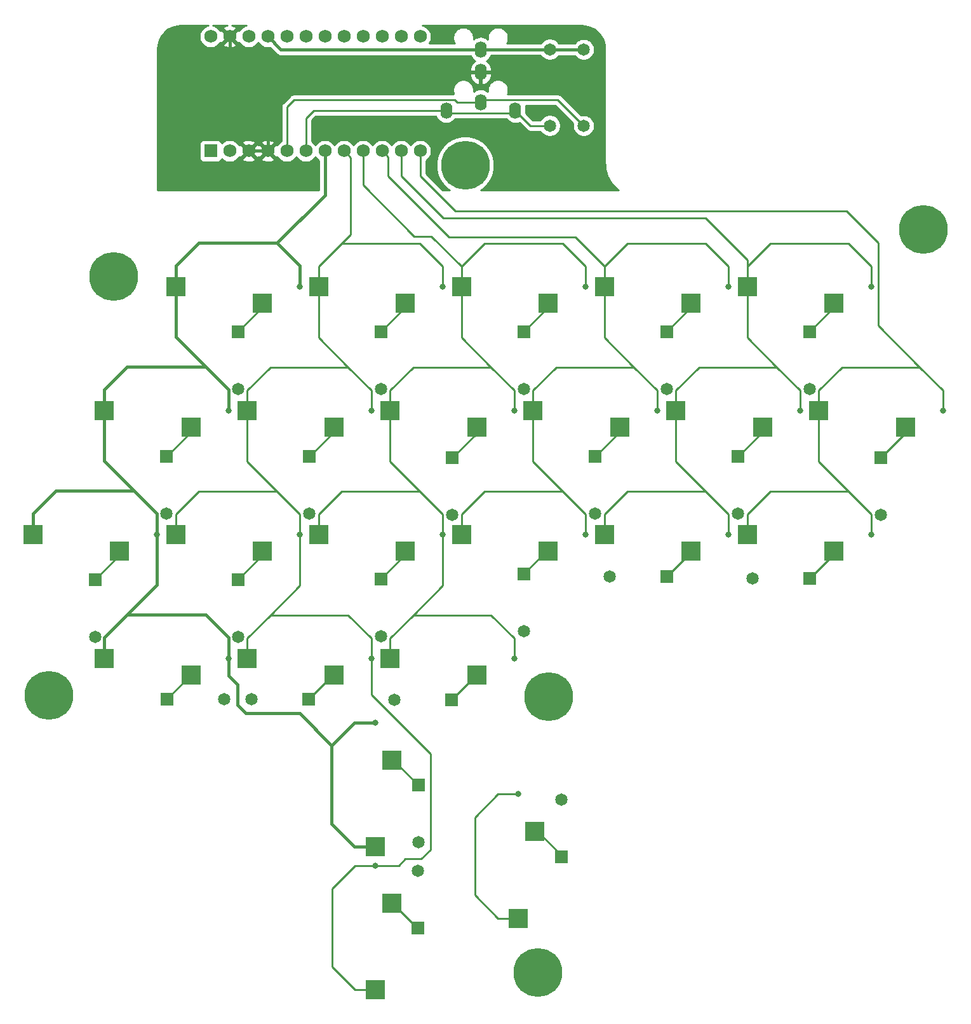
<source format=gbr>
%TF.GenerationSoftware,KiCad,Pcbnew,5.1.10-88a1d61d58~88~ubuntu20.04.1*%
%TF.CreationDate,2021-05-20T13:35:29+01:00*%
%TF.ProjectId,scrawler,73637261-776c-4657-922e-6b696361645f,rev?*%
%TF.SameCoordinates,Original*%
%TF.FileFunction,Copper,L2,Bot*%
%TF.FilePolarity,Positive*%
%FSLAX46Y46*%
G04 Gerber Fmt 4.6, Leading zero omitted, Abs format (unit mm)*
G04 Created by KiCad (PCBNEW 5.1.10-88a1d61d58~88~ubuntu20.04.1) date 2021-05-20 13:35:29*
%MOMM*%
%LPD*%
G01*
G04 APERTURE LIST*
%TA.AperFunction,ComponentPad*%
%ADD10C,6.500000*%
%TD*%
%TA.AperFunction,ComponentPad*%
%ADD11C,1.651000*%
%TD*%
%TA.AperFunction,ComponentPad*%
%ADD12C,1.752600*%
%TD*%
%TA.AperFunction,ComponentPad*%
%ADD13R,1.752600X1.752600*%
%TD*%
%TA.AperFunction,ComponentPad*%
%ADD14O,1.600000X2.200000*%
%TD*%
%TA.AperFunction,SMDPad,CuDef*%
%ADD15R,2.600000X2.600000*%
%TD*%
%TA.AperFunction,ComponentPad*%
%ADD16R,1.651000X1.651000*%
%TD*%
%TA.AperFunction,ViaPad*%
%ADD17C,0.800000*%
%TD*%
%TA.AperFunction,Conductor*%
%ADD18C,0.254000*%
%TD*%
%TA.AperFunction,Conductor*%
%ADD19C,0.381000*%
%TD*%
%TA.AperFunction,Conductor*%
%ADD20C,0.100000*%
%TD*%
G04 APERTURE END LIST*
D10*
%TO.P,H5,*%
%TO.N,*%
X149631400Y-43421300D03*
%TD*%
D11*
%TO.P,R2,2*%
%TO.N,SCL*%
X160896300Y-38150800D03*
%TO.P,R2,1*%
%TO.N,VCC*%
X160896300Y-27990800D03*
%TD*%
%TO.P,R1,2*%
%TO.N,SDA*%
X165417500Y-38163500D03*
%TO.P,R1,1*%
%TO.N,VCC*%
X165417500Y-28003500D03*
%TD*%
D12*
%TO.P,U2,24*%
%TO.N,Net-(U2-Pad24)*%
X115684300Y-26276300D03*
%TO.P,U2,12*%
%TO.N,COL5*%
X143624300Y-41516300D03*
%TO.P,U2,23*%
%TO.N,GND*%
X118224300Y-26276300D03*
%TO.P,U2,22*%
%TO.N,RESET*%
X120764300Y-26276300D03*
%TO.P,U2,21*%
%TO.N,VCC*%
X123304300Y-26276300D03*
%TO.P,U2,20*%
%TO.N,Net-(U2-Pad20)*%
X125844300Y-26276300D03*
%TO.P,U2,19*%
%TO.N,Net-(U2-Pad19)*%
X128384300Y-26276300D03*
%TO.P,U2,18*%
%TO.N,Net-(U2-Pad18)*%
X130924300Y-26276300D03*
%TO.P,U2,17*%
%TO.N,ROW4*%
X133464300Y-26276300D03*
%TO.P,U2,16*%
%TO.N,ROW3*%
X136004300Y-26276300D03*
%TO.P,U2,15*%
%TO.N,ROW2*%
X138544300Y-26276300D03*
%TO.P,U2,14*%
%TO.N,ROW1*%
X141084300Y-26276300D03*
%TO.P,U2,13*%
%TO.N,ROW0*%
X143624300Y-26276300D03*
%TO.P,U2,11*%
%TO.N,COL4*%
X141084300Y-41516300D03*
%TO.P,U2,10*%
%TO.N,COL3*%
X138544300Y-41516300D03*
%TO.P,U2,9*%
%TO.N,COL2*%
X136004300Y-41516300D03*
%TO.P,U2,8*%
%TO.N,COL1*%
X133464300Y-41516300D03*
%TO.P,U2,7*%
%TO.N,COL0*%
X130924300Y-41516300D03*
%TO.P,U2,6*%
%TO.N,SCL*%
X128384300Y-41516300D03*
%TO.P,U2,5*%
%TO.N,SDA*%
X125844300Y-41516300D03*
%TO.P,U2,4*%
%TO.N,GND*%
X123304300Y-41516300D03*
%TO.P,U2,3*%
X120764300Y-41516300D03*
%TO.P,U2,2*%
%TO.N,Net-(U2-Pad2)*%
X118224300Y-41516300D03*
D13*
%TO.P,U2,1*%
%TO.N,Net-(U2-Pad1)*%
X115684300Y-41516300D03*
%TD*%
D10*
%TO.P,H6,*%
%TO.N,*%
X210731100Y-51968400D03*
%TD*%
%TO.P,H4,*%
%TO.N,*%
X94094300Y-114046000D03*
%TD*%
%TO.P,H3,*%
%TO.N,*%
X102781100Y-58204100D03*
%TD*%
%TO.P,H2,*%
%TO.N,*%
X159308800Y-150990300D03*
%TD*%
%TO.P,H1,*%
%TO.N,*%
X160731200Y-114236500D03*
%TD*%
D14*
%TO.P,U1,3*%
%TO.N,GND*%
X151688800Y-31015800D03*
%TO.P,U1,4*%
%TO.N,VCC*%
X151688800Y-28015800D03*
%TO.P,U1,2*%
%TO.N,SDA*%
X151688800Y-35015800D03*
%TO.P,U1,1*%
%TO.N,SCL*%
X147088800Y-36115800D03*
X156288800Y-36115800D03*
%TD*%
D15*
%TO.P,SW23,1*%
%TO.N,Net-(D23-Pad2)*%
X158921500Y-132183200D03*
%TO.P,SW23,2*%
%TO.N,COL2*%
X156721500Y-143733200D03*
%TD*%
%TO.P,SW22,1*%
%TO.N,Net-(D22-Pad2)*%
X139871500Y-141708200D03*
%TO.P,SW22,2*%
%TO.N,COL1*%
X137671500Y-153258200D03*
%TD*%
%TO.P,SW21,1*%
%TO.N,Net-(D21-Pad2)*%
X139871500Y-122658200D03*
%TO.P,SW21,2*%
%TO.N,COL0*%
X137671500Y-134208200D03*
%TD*%
%TO.P,SW20,1*%
%TO.N,Net-(D20-Pad2)*%
X151166500Y-111360000D03*
%TO.P,SW20,2*%
%TO.N,COL2*%
X139616500Y-109160000D03*
%TD*%
%TO.P,SW19,1*%
%TO.N,Net-(D19-Pad2)*%
X132116500Y-111360000D03*
%TO.P,SW19,2*%
%TO.N,COL1*%
X120566500Y-109160000D03*
%TD*%
%TO.P,SW18,1*%
%TO.N,Net-(D18-Pad2)*%
X113066500Y-111360000D03*
%TO.P,SW18,2*%
%TO.N,COL0*%
X101516500Y-109160000D03*
%TD*%
%TO.P,SW17,1*%
%TO.N,Net-(D17-Pad2)*%
X198791500Y-94850000D03*
%TO.P,SW17,2*%
%TO.N,COL5*%
X187241500Y-92650000D03*
%TD*%
%TO.P,SW16,1*%
%TO.N,Net-(D16-Pad2)*%
X179741500Y-94850000D03*
%TO.P,SW16,2*%
%TO.N,COL4*%
X168191500Y-92650000D03*
%TD*%
%TO.P,SW15,1*%
%TO.N,Net-(D15-Pad2)*%
X160691500Y-94850000D03*
%TO.P,SW15,2*%
%TO.N,COL3*%
X149141500Y-92650000D03*
%TD*%
%TO.P,SW14,1*%
%TO.N,Net-(D14-Pad2)*%
X141641500Y-94850000D03*
%TO.P,SW14,2*%
%TO.N,COL2*%
X130091500Y-92650000D03*
%TD*%
%TO.P,SW13,1*%
%TO.N,Net-(D13-Pad2)*%
X122591500Y-94850000D03*
%TO.P,SW13,2*%
%TO.N,COL1*%
X111041500Y-92650000D03*
%TD*%
%TO.P,SW12,1*%
%TO.N,Net-(D12-Pad2)*%
X103541500Y-94850000D03*
%TO.P,SW12,2*%
%TO.N,COL0*%
X91991500Y-92650000D03*
%TD*%
%TO.P,SW11,1*%
%TO.N,Net-(D11-Pad2)*%
X208316500Y-78340000D03*
%TO.P,SW11,2*%
%TO.N,COL5*%
X196766500Y-76140000D03*
%TD*%
%TO.P,SW10,1*%
%TO.N,Net-(D10-Pad2)*%
X189266500Y-78340000D03*
%TO.P,SW10,2*%
%TO.N,COL4*%
X177716500Y-76140000D03*
%TD*%
%TO.P,SW9,1*%
%TO.N,Net-(D9-Pad2)*%
X170216500Y-78340000D03*
%TO.P,SW9,2*%
%TO.N,COL3*%
X158666500Y-76140000D03*
%TD*%
%TO.P,SW8,1*%
%TO.N,Net-(D8-Pad2)*%
X151166500Y-78340000D03*
%TO.P,SW8,2*%
%TO.N,COL2*%
X139616500Y-76140000D03*
%TD*%
%TO.P,SW7,1*%
%TO.N,Net-(D7-Pad2)*%
X132116500Y-78340000D03*
%TO.P,SW7,2*%
%TO.N,COL1*%
X120566500Y-76140000D03*
%TD*%
%TO.P,SW6,1*%
%TO.N,Net-(D6-Pad2)*%
X113066500Y-78340000D03*
%TO.P,SW6,2*%
%TO.N,COL0*%
X101516500Y-76140000D03*
%TD*%
%TO.P,SW5,1*%
%TO.N,Net-(D5-Pad2)*%
X198791500Y-61830000D03*
%TO.P,SW5,2*%
%TO.N,COL4*%
X187241500Y-59630000D03*
%TD*%
%TO.P,SW4,1*%
%TO.N,Net-(D4-Pad2)*%
X179741500Y-61830000D03*
%TO.P,SW4,2*%
%TO.N,COL3*%
X168191500Y-59630000D03*
%TD*%
%TO.P,SW3,1*%
%TO.N,Net-(D3-Pad2)*%
X160691500Y-61830000D03*
%TO.P,SW3,2*%
%TO.N,COL2*%
X149141500Y-59630000D03*
%TD*%
%TO.P,SW2,1*%
%TO.N,Net-(D2-Pad2)*%
X141641500Y-61830000D03*
%TO.P,SW2,2*%
%TO.N,COL1*%
X130091500Y-59630000D03*
%TD*%
%TO.P,SW1,1*%
%TO.N,Net-(D1-Pad2)*%
X122591500Y-61830000D03*
%TO.P,SW1,2*%
%TO.N,COL0*%
X111041500Y-59630000D03*
%TD*%
D16*
%TO.P,D23,2*%
%TO.N,Net-(D23-Pad2)*%
X162433000Y-135572500D03*
D11*
%TO.P,D23,1*%
%TO.N,ROW4*%
X162433000Y-127952500D03*
%TD*%
D16*
%TO.P,D22,2*%
%TO.N,Net-(D22-Pad2)*%
X143319500Y-145034000D03*
D11*
%TO.P,D22,1*%
%TO.N,ROW4*%
X143319500Y-137414000D03*
%TD*%
D16*
%TO.P,D21,2*%
%TO.N,Net-(D21-Pad2)*%
X143383000Y-125984000D03*
D11*
%TO.P,D21,1*%
%TO.N,ROW4*%
X143383000Y-133604000D03*
%TD*%
D16*
%TO.P,D20,2*%
%TO.N,Net-(D20-Pad2)*%
X147828000Y-114617500D03*
D11*
%TO.P,D20,1*%
%TO.N,ROW3*%
X140208000Y-114617500D03*
%TD*%
D16*
%TO.P,D19,2*%
%TO.N,Net-(D19-Pad2)*%
X128778000Y-114554000D03*
D11*
%TO.P,D19,1*%
%TO.N,ROW3*%
X121158000Y-114554000D03*
%TD*%
D16*
%TO.P,D18,2*%
%TO.N,Net-(D18-Pad2)*%
X109855000Y-114554000D03*
D11*
%TO.P,D18,1*%
%TO.N,ROW3*%
X117475000Y-114554000D03*
%TD*%
D16*
%TO.P,D17,2*%
%TO.N,Net-(D17-Pad2)*%
X195516500Y-98488500D03*
D11*
%TO.P,D17,1*%
%TO.N,ROW2*%
X187896500Y-98488500D03*
%TD*%
D16*
%TO.P,D16,2*%
%TO.N,Net-(D16-Pad2)*%
X176466500Y-98234500D03*
D11*
%TO.P,D16,1*%
%TO.N,ROW2*%
X168846500Y-98234500D03*
%TD*%
D16*
%TO.P,D15,2*%
%TO.N,Net-(D15-Pad2)*%
X157416500Y-97853500D03*
D11*
%TO.P,D15,1*%
%TO.N,ROW2*%
X157416500Y-105473500D03*
%TD*%
D16*
%TO.P,D14,2*%
%TO.N,Net-(D14-Pad2)*%
X138366500Y-98552000D03*
D11*
%TO.P,D14,1*%
%TO.N,ROW2*%
X138366500Y-106172000D03*
%TD*%
D16*
%TO.P,D13,2*%
%TO.N,Net-(D13-Pad2)*%
X119316500Y-98615500D03*
D11*
%TO.P,D13,1*%
%TO.N,ROW2*%
X119316500Y-106235500D03*
%TD*%
D16*
%TO.P,D12,2*%
%TO.N,Net-(D12-Pad2)*%
X100266500Y-98615500D03*
D11*
%TO.P,D12,1*%
%TO.N,ROW2*%
X100266500Y-106235500D03*
%TD*%
D16*
%TO.P,D11,2*%
%TO.N,Net-(D11-Pad2)*%
X205041500Y-82359500D03*
D11*
%TO.P,D11,1*%
%TO.N,ROW1*%
X205041500Y-89979500D03*
%TD*%
D16*
%TO.P,D10,2*%
%TO.N,Net-(D10-Pad2)*%
X185991500Y-82232500D03*
D11*
%TO.P,D10,1*%
%TO.N,ROW1*%
X185991500Y-89852500D03*
%TD*%
D16*
%TO.P,D9,2*%
%TO.N,Net-(D9-Pad2)*%
X166941500Y-82232500D03*
D11*
%TO.P,D9,1*%
%TO.N,ROW1*%
X166941500Y-89852500D03*
%TD*%
D16*
%TO.P,D8,2*%
%TO.N,Net-(D8-Pad2)*%
X147891500Y-82391250D03*
D11*
%TO.P,D8,1*%
%TO.N,ROW1*%
X147891500Y-90011250D03*
%TD*%
D16*
%TO.P,D7,2*%
%TO.N,Net-(D7-Pad2)*%
X128841500Y-82232500D03*
D11*
%TO.P,D7,1*%
%TO.N,ROW1*%
X128841500Y-89852500D03*
%TD*%
D16*
%TO.P,D6,2*%
%TO.N,Net-(D6-Pad2)*%
X109791500Y-82232500D03*
D11*
%TO.P,D6,1*%
%TO.N,ROW1*%
X109791500Y-89852500D03*
%TD*%
D16*
%TO.P,D5,2*%
%TO.N,Net-(D5-Pad2)*%
X195516500Y-65595500D03*
D11*
%TO.P,D5,1*%
%TO.N,ROW0*%
X195516500Y-73215500D03*
%TD*%
D16*
%TO.P,D4,2*%
%TO.N,Net-(D4-Pad2)*%
X176466500Y-65595500D03*
D11*
%TO.P,D4,1*%
%TO.N,ROW0*%
X176466500Y-73215500D03*
%TD*%
D16*
%TO.P,D3,2*%
%TO.N,Net-(D3-Pad2)*%
X157416500Y-65595500D03*
D11*
%TO.P,D3,1*%
%TO.N,ROW0*%
X157416500Y-73215500D03*
%TD*%
D16*
%TO.P,D2,2*%
%TO.N,Net-(D2-Pad2)*%
X138366500Y-65595500D03*
D11*
%TO.P,D2,1*%
%TO.N,ROW0*%
X138366500Y-73215500D03*
%TD*%
D16*
%TO.P,D1,2*%
%TO.N,Net-(D1-Pad2)*%
X119316500Y-65595500D03*
D11*
%TO.P,D1,1*%
%TO.N,ROW0*%
X119316500Y-73215500D03*
%TD*%
D17*
%TO.N,COL0*%
X118066500Y-76140000D03*
X127591500Y-59630000D03*
X108541500Y-92650000D03*
X118066500Y-109160000D03*
X137671500Y-117658200D03*
%TO.N,COL1*%
X137116500Y-76140000D03*
X146641500Y-59630000D03*
X127591500Y-92650000D03*
X137116500Y-109160000D03*
X137671500Y-136708200D03*
%TO.N,COL2*%
X156166500Y-76140000D03*
X165691500Y-59630000D03*
X146641500Y-92650000D03*
X156166500Y-109160000D03*
X156721500Y-127183200D03*
%TO.N,COL3*%
X175216500Y-76140000D03*
X184741500Y-59630000D03*
X165691500Y-92650000D03*
%TO.N,COL4*%
X194266500Y-76140000D03*
X203791500Y-59630000D03*
X184741500Y-92650000D03*
%TO.N,COL5*%
X213316500Y-76140000D03*
X203791500Y-92650000D03*
%TD*%
D18*
%TO.N,Net-(D1-Pad2)*%
X122591500Y-62320500D02*
X119316500Y-65595500D01*
X122591500Y-61830000D02*
X122591500Y-62320500D01*
%TO.N,Net-(D2-Pad2)*%
X141641500Y-62320500D02*
X138366500Y-65595500D01*
X141641500Y-61830000D02*
X141641500Y-62320500D01*
%TO.N,Net-(D3-Pad2)*%
X160691500Y-62320500D02*
X157416500Y-65595500D01*
X160691500Y-61830000D02*
X160691500Y-62320500D01*
%TO.N,Net-(D4-Pad2)*%
X179741500Y-62320500D02*
X176466500Y-65595500D01*
X179741500Y-61830000D02*
X179741500Y-62320500D01*
%TO.N,Net-(D5-Pad2)*%
X198791500Y-62320500D02*
X195516500Y-65595500D01*
X198791500Y-61830000D02*
X198791500Y-62320500D01*
%TO.N,Net-(D6-Pad2)*%
X113066500Y-78957500D02*
X109791500Y-82232500D01*
X113066500Y-78340000D02*
X113066500Y-78957500D01*
%TO.N,Net-(D7-Pad2)*%
X132116500Y-78957500D02*
X128841500Y-82232500D01*
X132116500Y-78340000D02*
X132116500Y-78957500D01*
%TO.N,Net-(D8-Pad2)*%
X151166500Y-79116250D02*
X147891500Y-82391250D01*
X151166500Y-78340000D02*
X151166500Y-79116250D01*
%TO.N,Net-(D9-Pad2)*%
X170216500Y-78957500D02*
X166941500Y-82232500D01*
X170216500Y-78340000D02*
X170216500Y-78957500D01*
%TO.N,Net-(D10-Pad2)*%
X189266500Y-78957500D02*
X185991500Y-82232500D01*
X189266500Y-78340000D02*
X189266500Y-78957500D01*
%TO.N,Net-(D11-Pad2)*%
X208316500Y-79084500D02*
X205041500Y-82359500D01*
X208316500Y-78340000D02*
X208316500Y-79084500D01*
%TO.N,Net-(D12-Pad2)*%
X103541500Y-95340500D02*
X100266500Y-98615500D01*
X103541500Y-94850000D02*
X103541500Y-95340500D01*
%TO.N,Net-(D13-Pad2)*%
X122591500Y-95340500D02*
X119316500Y-98615500D01*
X122591500Y-94850000D02*
X122591500Y-95340500D01*
%TO.N,Net-(D14-Pad2)*%
X141641500Y-95277000D02*
X138366500Y-98552000D01*
X141641500Y-94850000D02*
X141641500Y-95277000D01*
%TO.N,Net-(D15-Pad2)*%
X160691500Y-94850000D02*
X160691500Y-95404000D01*
X160420000Y-94850000D02*
X157416500Y-97853500D01*
X160691500Y-94850000D02*
X160420000Y-94850000D01*
%TO.N,Net-(D16-Pad2)*%
X179741500Y-94959500D02*
X176466500Y-98234500D01*
X179741500Y-94850000D02*
X179741500Y-94959500D01*
%TO.N,Net-(D17-Pad2)*%
X198791500Y-95213500D02*
X195516500Y-98488500D01*
X198791500Y-94850000D02*
X198791500Y-95213500D01*
%TO.N,Net-(D18-Pad2)*%
X113066500Y-111360000D02*
X113066500Y-111850500D01*
X113049000Y-111360000D02*
X109855000Y-114554000D01*
X113066500Y-111360000D02*
X113049000Y-111360000D01*
%TO.N,Net-(D19-Pad2)*%
X131972000Y-111360000D02*
X128778000Y-114554000D01*
X132116500Y-111360000D02*
X131972000Y-111360000D01*
%TO.N,Net-(D20-Pad2)*%
X151085500Y-111360000D02*
X147828000Y-114617500D01*
X151166500Y-111360000D02*
X151085500Y-111360000D01*
%TO.N,Net-(D21-Pad2)*%
X140057200Y-122658200D02*
X143383000Y-125984000D01*
X139871500Y-122658200D02*
X140057200Y-122658200D01*
%TO.N,Net-(D22-Pad2)*%
X139930200Y-141708200D02*
X143256000Y-145034000D01*
X139871500Y-141708200D02*
X139930200Y-141708200D01*
%TO.N,Net-(D23-Pad2)*%
X159297700Y-132183200D02*
X162623500Y-135509000D01*
X158921500Y-132183200D02*
X159297700Y-132183200D01*
D19*
%TO.N,COL0*%
X118066500Y-73327726D02*
X118066500Y-76140000D01*
X115023773Y-70284999D02*
X118066500Y-73327726D01*
X104559227Y-70284999D02*
X115023773Y-70284999D01*
X101516500Y-73327726D02*
X104559227Y-70284999D01*
X101516500Y-76140000D02*
X101516500Y-73327726D01*
X127591500Y-56817726D02*
X127591500Y-59630000D01*
X124548773Y-53774999D02*
X127591500Y-56817726D01*
X114084227Y-53774999D02*
X124548773Y-53774999D01*
X111041500Y-56817726D02*
X114084227Y-53774999D01*
X111041500Y-59630000D02*
X111041500Y-56817726D01*
X108541500Y-89837726D02*
X108541500Y-92650000D01*
X105498773Y-86794999D02*
X108541500Y-89837726D01*
X95034227Y-86794999D02*
X105498773Y-86794999D01*
X91991500Y-89837726D02*
X95034227Y-86794999D01*
X91991500Y-92650000D02*
X91991500Y-89837726D01*
X118066500Y-106347726D02*
X118066500Y-109160000D01*
X101516500Y-106347726D02*
X104559227Y-103304999D01*
X115023773Y-103304999D02*
X118066500Y-106347726D01*
X104559227Y-103304999D02*
X115023773Y-103304999D01*
X101516500Y-109160000D02*
X101516500Y-106347726D01*
X111041500Y-66302726D02*
X115023773Y-70284999D01*
X111041500Y-59630000D02*
X111041500Y-66302726D01*
X101516500Y-82812726D02*
X105498773Y-86794999D01*
X101516500Y-76140000D02*
X101516500Y-82812726D01*
X108541500Y-99322726D02*
X104559227Y-103304999D01*
X108541500Y-92650000D02*
X108541500Y-99322726D01*
X131816499Y-120700927D02*
X134859226Y-117658200D01*
X131816499Y-131165473D02*
X131816499Y-120700927D01*
X134859226Y-117658200D02*
X137671500Y-117658200D01*
X134859226Y-134208200D02*
X131816499Y-131165473D01*
X137671500Y-134208200D02*
X134859226Y-134208200D01*
X118066500Y-109160000D02*
X118066500Y-111424400D01*
X118066500Y-111424400D02*
X119265700Y-112623600D01*
X119265700Y-112623600D02*
X119265700Y-115328700D01*
X119265700Y-115328700D02*
X120383300Y-116446300D01*
X127561872Y-116446300D02*
X131816499Y-120700927D01*
X120383300Y-116446300D02*
X127561872Y-116446300D01*
X130937000Y-41529000D02*
X130924300Y-41516300D01*
X130937000Y-47386772D02*
X130937000Y-41529000D01*
X124548773Y-53774999D02*
X130937000Y-47386772D01*
D18*
%TO.N,COL1*%
X137116500Y-73421706D02*
X137116500Y-76140000D01*
X134043293Y-70348499D02*
X137116500Y-73421706D01*
X123639707Y-70348499D02*
X134043293Y-70348499D01*
X120566500Y-73421706D02*
X123639707Y-70348499D01*
X120566500Y-76140000D02*
X120566500Y-73421706D01*
X146641500Y-56911706D02*
X146641500Y-59630000D01*
X143568293Y-53838499D02*
X146641500Y-56911706D01*
X133164707Y-53838499D02*
X143568293Y-53838499D01*
X130091500Y-56911706D02*
X133164707Y-53838499D01*
X130091500Y-59630000D02*
X130091500Y-56911706D01*
X127591500Y-89931706D02*
X127591500Y-92650000D01*
X124518293Y-86858499D02*
X127591500Y-89931706D01*
X114114707Y-86858499D02*
X124518293Y-86858499D01*
X111041500Y-89931706D02*
X114114707Y-86858499D01*
X111041500Y-92650000D02*
X111041500Y-89931706D01*
X137116500Y-106441706D02*
X137116500Y-109160000D01*
X134043293Y-103368499D02*
X137116500Y-106441706D01*
X123639707Y-103368499D02*
X134043293Y-103368499D01*
X120566500Y-106441706D02*
X123639707Y-103368499D01*
X120566500Y-109160000D02*
X120566500Y-106441706D01*
X130091500Y-66396706D02*
X134043293Y-70348499D01*
X130091500Y-59630000D02*
X130091500Y-66396706D01*
X120566500Y-82906706D02*
X124518293Y-86858499D01*
X120566500Y-76140000D02*
X120566500Y-82906706D01*
X127591500Y-99416706D02*
X123639707Y-103368499D01*
X127591500Y-92650000D02*
X127591500Y-99416706D01*
X131879999Y-139781407D02*
X134953206Y-136708200D01*
X134953206Y-136708200D02*
X137671500Y-136708200D01*
X131879999Y-150184993D02*
X131879999Y-139781407D01*
X134953206Y-153258200D02*
X131879999Y-150184993D01*
X137671500Y-153258200D02*
X134953206Y-153258200D01*
X143755299Y-135835201D02*
X141634399Y-135835201D01*
X145021300Y-134569200D02*
X143755299Y-135835201D01*
X145021300Y-121831100D02*
X145021300Y-134569200D01*
X140761400Y-136708200D02*
X137671500Y-136708200D01*
X141634399Y-135835201D02*
X140761400Y-136708200D01*
X137116500Y-113926300D02*
X145021300Y-121831100D01*
X137116500Y-109160000D02*
X137116500Y-113926300D01*
X134353299Y-42405299D02*
X133464300Y-41516300D01*
X134353299Y-52649907D02*
X134353299Y-42405299D01*
X133164707Y-53838499D02*
X134353299Y-52649907D01*
%TO.N,COL2*%
X156166500Y-73421706D02*
X156166500Y-76140000D01*
X153093293Y-70348499D02*
X156166500Y-73421706D01*
X142689707Y-70348499D02*
X153093293Y-70348499D01*
X139616500Y-73421706D02*
X142689707Y-70348499D01*
X139616500Y-76140000D02*
X139616500Y-73421706D01*
X165691500Y-56911706D02*
X165691500Y-59630000D01*
X162618293Y-53838499D02*
X165691500Y-56911706D01*
X152214707Y-53838499D02*
X162618293Y-53838499D01*
X149141500Y-56911706D02*
X152214707Y-53838499D01*
X149141500Y-59630000D02*
X149141500Y-56911706D01*
X146641500Y-89931706D02*
X146641500Y-92650000D01*
X143568293Y-86858499D02*
X146641500Y-89931706D01*
X133164707Y-86858499D02*
X143568293Y-86858499D01*
X130091500Y-89931706D02*
X133164707Y-86858499D01*
X130091500Y-92650000D02*
X130091500Y-89931706D01*
X156166500Y-106441706D02*
X156166500Y-109160000D01*
X153093293Y-103368499D02*
X156166500Y-106441706D01*
X142689707Y-103368499D02*
X153093293Y-103368499D01*
X139616500Y-106441706D02*
X142689707Y-103368499D01*
X139616500Y-109160000D02*
X139616500Y-106441706D01*
X149141500Y-66396706D02*
X153093293Y-70348499D01*
X149141500Y-59630000D02*
X149141500Y-66396706D01*
X139616500Y-82906706D02*
X143568293Y-86858499D01*
X139616500Y-76140000D02*
X139616500Y-82906706D01*
X146641500Y-99416706D02*
X142689707Y-103368499D01*
X146641500Y-92650000D02*
X146641500Y-99416706D01*
X136017000Y-46070275D02*
X142842225Y-52895500D01*
X145125294Y-52895500D02*
X149141500Y-56911706D01*
X142842225Y-52895500D02*
X145125294Y-52895500D01*
X154003206Y-127183200D02*
X156721500Y-127183200D01*
X150929999Y-130256407D02*
X154003206Y-127183200D01*
X150929999Y-140659993D02*
X150929999Y-130256407D01*
X154003206Y-143733200D02*
X150929999Y-140659993D01*
X156721500Y-143733200D02*
X154003206Y-143733200D01*
X136017000Y-41529000D02*
X136004300Y-41516300D01*
X136017000Y-46070275D02*
X136017000Y-41529000D01*
%TO.N,COL3*%
X175216500Y-73421706D02*
X175216500Y-76140000D01*
X172143293Y-70348499D02*
X175216500Y-73421706D01*
X161739707Y-70348499D02*
X172143293Y-70348499D01*
X158666500Y-73421706D02*
X161739707Y-70348499D01*
X158666500Y-76140000D02*
X158666500Y-73421706D01*
X184741500Y-56911706D02*
X184741500Y-59630000D01*
X181668293Y-53838499D02*
X184741500Y-56911706D01*
X168191500Y-56911706D02*
X171264707Y-53838499D01*
X171264707Y-53838499D02*
X181668293Y-53838499D01*
X168191500Y-59630000D02*
X168191500Y-56911706D01*
X165691500Y-89931706D02*
X165691500Y-92650000D01*
X152214707Y-86858499D02*
X162618293Y-86858499D01*
X149141500Y-89931706D02*
X152214707Y-86858499D01*
X162618293Y-86858499D02*
X165691500Y-89931706D01*
X149141500Y-92650000D02*
X149141500Y-89931706D01*
X168191500Y-66396706D02*
X172143293Y-70348499D01*
X168191500Y-59630000D02*
X168191500Y-66396706D01*
X158666500Y-82906706D02*
X162618293Y-86858499D01*
X158666500Y-76140000D02*
X158666500Y-82906706D01*
X139316114Y-44831000D02*
X147507614Y-53022500D01*
X138544300Y-41516300D02*
X139303414Y-41516300D01*
X164302294Y-53022500D02*
X168191500Y-56911706D01*
X147507614Y-53022500D02*
X164302294Y-53022500D01*
X139316114Y-42288114D02*
X138544300Y-41516300D01*
X139316114Y-44831000D02*
X139316114Y-42288114D01*
%TO.N,COL4*%
X194266500Y-73421706D02*
X194266500Y-76140000D01*
X191193293Y-70348499D02*
X194266500Y-73421706D01*
X180789707Y-70348499D02*
X191193293Y-70348499D01*
X177716500Y-73421706D02*
X180789707Y-70348499D01*
X177716500Y-76140000D02*
X177716500Y-73421706D01*
X203791500Y-56911706D02*
X203791500Y-59630000D01*
X200718293Y-53838499D02*
X203791500Y-56911706D01*
X190314707Y-53838499D02*
X200718293Y-53838499D01*
X187241500Y-56911706D02*
X190314707Y-53838499D01*
X187241500Y-59630000D02*
X187241500Y-56911706D01*
X181668293Y-86858499D02*
X184741500Y-89931706D01*
X171264707Y-86858499D02*
X181668293Y-86858499D01*
X168191500Y-89931706D02*
X171264707Y-86858499D01*
X184741500Y-89931706D02*
X184741500Y-92650000D01*
X168191500Y-92650000D02*
X168191500Y-89931706D01*
X187241500Y-66396706D02*
X191193293Y-70348499D01*
X187241500Y-59630000D02*
X187241500Y-66396706D01*
X177716500Y-82906706D02*
X181668293Y-86858499D01*
X177716500Y-76140000D02*
X177716500Y-82906706D01*
X141097000Y-44831000D02*
X146685000Y-50419000D01*
X187241500Y-56017994D02*
X187241500Y-56911706D01*
X181642506Y-50419000D02*
X187241500Y-56017994D01*
X146685000Y-50419000D02*
X181642506Y-50419000D01*
X141097000Y-41529000D02*
X141084300Y-41516300D01*
X141097000Y-44831000D02*
X141097000Y-41529000D01*
%TO.N,COL5*%
X213316500Y-73421706D02*
X213316500Y-76140000D01*
X210243293Y-70348499D02*
X213316500Y-73421706D01*
X199839707Y-70348499D02*
X210243293Y-70348499D01*
X196766500Y-73421706D02*
X199839707Y-70348499D01*
X196766500Y-76140000D02*
X196766500Y-73421706D01*
X203791500Y-89931706D02*
X203791500Y-92650000D01*
X200718293Y-86858499D02*
X203791500Y-89931706D01*
X190314707Y-86858499D02*
X200718293Y-86858499D01*
X187241500Y-89931706D02*
X190314707Y-86858499D01*
X187241500Y-92650000D02*
X187241500Y-89931706D01*
X196766500Y-82906706D02*
X200718293Y-86858499D01*
X196766500Y-76140000D02*
X196766500Y-82906706D01*
X143637000Y-44831000D02*
X143637000Y-41529000D01*
X148336000Y-49530000D02*
X143637000Y-44831000D01*
X200469500Y-49530000D02*
X148336000Y-49530000D01*
X204673200Y-53733700D02*
X200469500Y-49530000D01*
X204673200Y-64778406D02*
X204673200Y-53733700D01*
X143637000Y-41529000D02*
X143624300Y-41516300D01*
X210243293Y-70348499D02*
X204673200Y-64778406D01*
%TO.N,SCL*%
X147088800Y-36115800D02*
X129403300Y-36115800D01*
X128384300Y-37134800D02*
X128384300Y-41516300D01*
X129403300Y-36115800D02*
X128384300Y-37134800D01*
X147415810Y-36442810D02*
X147088800Y-36115800D01*
X155961790Y-36442810D02*
X147415810Y-36442810D01*
X156288800Y-36115800D02*
X155961790Y-36442810D01*
X158323800Y-38150800D02*
X156288800Y-36115800D01*
X160896300Y-38150800D02*
X158323800Y-38150800D01*
D19*
%TO.N,GND*%
X118224300Y-38976300D02*
X120764300Y-41516300D01*
X118224300Y-26276300D02*
X118224300Y-38976300D01*
X123304300Y-41516300D02*
X120764300Y-41516300D01*
X151688800Y-31015800D02*
X124851300Y-31015800D01*
X123304300Y-32562800D02*
X123304300Y-41516300D01*
X124851300Y-31015800D02*
X123304300Y-32562800D01*
D18*
%TO.N,SDA*%
X151688800Y-35015800D02*
X148553800Y-35015800D01*
X148226790Y-34688790D02*
X126829810Y-34688790D01*
X148553800Y-35015800D02*
X148226790Y-34688790D01*
X125844300Y-35674300D02*
X125844300Y-41516300D01*
X126829810Y-34688790D02*
X125844300Y-35674300D01*
X161955490Y-34701490D02*
X165417500Y-38163500D01*
X152015810Y-34688790D02*
X161942790Y-34688790D01*
X151688800Y-35015800D02*
X152015810Y-34688790D01*
D19*
%TO.N,VCC*%
X125043800Y-28015800D02*
X123304300Y-26276300D01*
X151688800Y-28015800D02*
X125043800Y-28015800D01*
X165417500Y-28003500D02*
X160909000Y-28003500D01*
X151713800Y-27990800D02*
X151688800Y-28015800D01*
X160896300Y-27990800D02*
X151713800Y-27990800D01*
%TD*%
D18*
%TO.N,GND*%
X115243470Y-24823078D02*
X114968431Y-24937003D01*
X114720902Y-25102396D01*
X114510396Y-25312902D01*
X114345003Y-25560431D01*
X114231078Y-25835470D01*
X114173000Y-26127450D01*
X114173000Y-26425150D01*
X114231078Y-26717130D01*
X114345003Y-26992169D01*
X114510396Y-27239698D01*
X114720902Y-27450204D01*
X114968431Y-27615597D01*
X115243470Y-27729522D01*
X115535450Y-27787600D01*
X115833150Y-27787600D01*
X116125130Y-27729522D01*
X116400169Y-27615597D01*
X116647698Y-27450204D01*
X116774433Y-27323469D01*
X117356737Y-27323469D01*
X117437554Y-27575229D01*
X117706079Y-27703757D01*
X117994519Y-27777429D01*
X118291791Y-27793413D01*
X118586467Y-27751096D01*
X118867227Y-27652102D01*
X119011046Y-27575229D01*
X119091863Y-27323469D01*
X118224300Y-26455905D01*
X117356737Y-27323469D01*
X116774433Y-27323469D01*
X116858204Y-27239698D01*
X116967255Y-27076491D01*
X117177131Y-27143863D01*
X118044695Y-26276300D01*
X117177131Y-25408737D01*
X116967255Y-25476109D01*
X116858204Y-25312902D01*
X116647698Y-25102396D01*
X116400169Y-24937003D01*
X116125130Y-24823078D01*
X115958834Y-24790000D01*
X117942242Y-24790000D01*
X117862133Y-24801504D01*
X117581373Y-24900498D01*
X117437554Y-24977371D01*
X117356737Y-25229131D01*
X118224300Y-26096695D01*
X119091863Y-25229131D01*
X119011046Y-24977371D01*
X118742521Y-24848843D01*
X118512139Y-24790000D01*
X120489766Y-24790000D01*
X120323470Y-24823078D01*
X120048431Y-24937003D01*
X119800902Y-25102396D01*
X119590396Y-25312902D01*
X119481345Y-25476109D01*
X119271469Y-25408737D01*
X118403905Y-26276300D01*
X119271469Y-27143863D01*
X119481345Y-27076491D01*
X119590396Y-27239698D01*
X119800902Y-27450204D01*
X120048431Y-27615597D01*
X120323470Y-27729522D01*
X120615450Y-27787600D01*
X120913150Y-27787600D01*
X121205130Y-27729522D01*
X121480169Y-27615597D01*
X121727698Y-27450204D01*
X121938204Y-27239698D01*
X122034300Y-27095880D01*
X122130396Y-27239698D01*
X122340902Y-27450204D01*
X122588431Y-27615597D01*
X122863470Y-27729522D01*
X123155450Y-27787600D01*
X123453150Y-27787600D01*
X123615812Y-27755245D01*
X124431406Y-28570839D01*
X124457259Y-28602341D01*
X124526833Y-28659439D01*
X124582956Y-28705498D01*
X124582958Y-28705499D01*
X124726366Y-28782153D01*
X124881974Y-28829356D01*
X125003247Y-28841300D01*
X125003259Y-28841300D01*
X125043799Y-28845293D01*
X125084339Y-28841300D01*
X150348638Y-28841300D01*
X150356618Y-28867608D01*
X150489868Y-29116901D01*
X150669193Y-29335408D01*
X150887700Y-29514732D01*
X150897614Y-29520031D01*
X150763905Y-29611300D01*
X150566199Y-29812961D01*
X150411634Y-30049317D01*
X150306150Y-30311286D01*
X150253800Y-30588800D01*
X150253800Y-30888800D01*
X151561800Y-30888800D01*
X151561800Y-30868800D01*
X151815800Y-30868800D01*
X151815800Y-30888800D01*
X153123800Y-30888800D01*
X153123800Y-30588800D01*
X153071450Y-30311286D01*
X152965966Y-30049317D01*
X152811401Y-29812961D01*
X152613695Y-29611300D01*
X152479987Y-29520031D01*
X152489901Y-29514732D01*
X152708408Y-29335408D01*
X152887732Y-29116901D01*
X153020982Y-28867608D01*
X153036546Y-28816300D01*
X159691352Y-28816300D01*
X159761855Y-28921815D01*
X159965285Y-29125245D01*
X160204494Y-29285079D01*
X160470288Y-29395174D01*
X160752453Y-29451300D01*
X161040147Y-29451300D01*
X161322312Y-29395174D01*
X161588106Y-29285079D01*
X161827315Y-29125245D01*
X162030745Y-28921815D01*
X162092762Y-28829000D01*
X164212552Y-28829000D01*
X164283055Y-28934515D01*
X164486485Y-29137945D01*
X164725694Y-29297779D01*
X164991488Y-29407874D01*
X165273653Y-29464000D01*
X165561347Y-29464000D01*
X165843512Y-29407874D01*
X166109306Y-29297779D01*
X166348515Y-29137945D01*
X166551945Y-28934515D01*
X166711779Y-28695306D01*
X166821874Y-28429512D01*
X166878000Y-28147347D01*
X166878000Y-27859653D01*
X166821874Y-27577488D01*
X166711779Y-27311694D01*
X166551945Y-27072485D01*
X166348515Y-26869055D01*
X166109306Y-26709221D01*
X165843512Y-26599126D01*
X165561347Y-26543000D01*
X165273653Y-26543000D01*
X164991488Y-26599126D01*
X164725694Y-26709221D01*
X164486485Y-26869055D01*
X164283055Y-27072485D01*
X164212552Y-27178000D01*
X162109734Y-27178000D01*
X162030745Y-27059785D01*
X161827315Y-26856355D01*
X161588106Y-26696521D01*
X161322312Y-26586426D01*
X161040147Y-26530300D01*
X160752453Y-26530300D01*
X160470288Y-26586426D01*
X160204494Y-26696521D01*
X159965285Y-26856355D01*
X159761855Y-27059785D01*
X159691352Y-27165300D01*
X155153725Y-27165300D01*
X155216171Y-27071843D01*
X155320575Y-26819789D01*
X155373800Y-26552211D01*
X155373800Y-26279389D01*
X155320575Y-26011811D01*
X155216171Y-25759757D01*
X155064599Y-25532914D01*
X154871686Y-25340001D01*
X154644843Y-25188429D01*
X154392789Y-25084025D01*
X154125211Y-25030800D01*
X153852389Y-25030800D01*
X153584811Y-25084025D01*
X153332757Y-25188429D01*
X153105914Y-25340001D01*
X152913001Y-25532914D01*
X152761429Y-25759757D01*
X152657025Y-26011811D01*
X152603800Y-26279389D01*
X152603800Y-26552211D01*
X152617619Y-26621684D01*
X152489900Y-26516868D01*
X152240607Y-26383618D01*
X151970108Y-26301564D01*
X151688800Y-26273857D01*
X151407491Y-26301564D01*
X151136992Y-26383618D01*
X150887699Y-26516868D01*
X150759981Y-26621684D01*
X150773800Y-26552211D01*
X150773800Y-26279389D01*
X150720575Y-26011811D01*
X150616171Y-25759757D01*
X150464599Y-25532914D01*
X150271686Y-25340001D01*
X150044843Y-25188429D01*
X149792789Y-25084025D01*
X149525211Y-25030800D01*
X149252389Y-25030800D01*
X148984811Y-25084025D01*
X148732757Y-25188429D01*
X148505914Y-25340001D01*
X148313001Y-25532914D01*
X148161429Y-25759757D01*
X148057025Y-26011811D01*
X148003800Y-26279389D01*
X148003800Y-26552211D01*
X148057025Y-26819789D01*
X148161429Y-27071843D01*
X148240580Y-27190300D01*
X144831211Y-27190300D01*
X144963597Y-26992169D01*
X145077522Y-26717130D01*
X145135600Y-26425150D01*
X145135600Y-26127450D01*
X145077522Y-25835470D01*
X144963597Y-25560431D01*
X144798204Y-25312902D01*
X144587698Y-25102396D01*
X144340169Y-24937003D01*
X144065130Y-24823078D01*
X143898834Y-24790000D01*
X165067721Y-24790000D01*
X165711222Y-24853096D01*
X166299164Y-25030606D01*
X166841436Y-25318937D01*
X167317364Y-25707094D01*
X167708845Y-26180314D01*
X168000951Y-26720552D01*
X168182563Y-27307244D01*
X168250001Y-27948888D01*
X168250000Y-43212418D01*
X168252975Y-43242626D01*
X168252809Y-43266416D01*
X168253709Y-43275587D01*
X168331433Y-44015095D01*
X168343458Y-44073675D01*
X168354670Y-44132453D01*
X168357334Y-44141274D01*
X168577217Y-44851601D01*
X168600392Y-44906731D01*
X168622806Y-44962210D01*
X168627133Y-44970346D01*
X168980799Y-45624437D01*
X169014244Y-45674021D01*
X169047004Y-45724084D01*
X169052828Y-45731225D01*
X169526805Y-46304165D01*
X169569241Y-46346305D01*
X169611104Y-46389055D01*
X169618205Y-46394928D01*
X170036301Y-46735919D01*
X151674313Y-46728719D01*
X152107943Y-46438977D01*
X152649077Y-45897843D01*
X153074242Y-45261538D01*
X153367102Y-44554513D01*
X153516400Y-43803939D01*
X153516400Y-43038661D01*
X153367102Y-42288087D01*
X153074242Y-41581062D01*
X152649077Y-40944757D01*
X152107943Y-40403623D01*
X151471638Y-39978458D01*
X150764613Y-39685598D01*
X150014039Y-39536300D01*
X149248761Y-39536300D01*
X148498187Y-39685598D01*
X147791162Y-39978458D01*
X147154857Y-40403623D01*
X146613723Y-40944757D01*
X146188558Y-41581062D01*
X145895698Y-42288087D01*
X145746400Y-43038661D01*
X145746400Y-43803939D01*
X145895698Y-44554513D01*
X146188558Y-45261538D01*
X146613723Y-45897843D01*
X147154857Y-46438977D01*
X147586089Y-46727116D01*
X146610364Y-46726734D01*
X144399000Y-44515370D01*
X144399000Y-42816288D01*
X144587698Y-42690204D01*
X144798204Y-42479698D01*
X144963597Y-42232169D01*
X145077522Y-41957130D01*
X145135600Y-41665150D01*
X145135600Y-41367450D01*
X145077522Y-41075470D01*
X144963597Y-40800431D01*
X144798204Y-40552902D01*
X144587698Y-40342396D01*
X144340169Y-40177003D01*
X144065130Y-40063078D01*
X143773150Y-40005000D01*
X143475450Y-40005000D01*
X143183470Y-40063078D01*
X142908431Y-40177003D01*
X142660902Y-40342396D01*
X142450396Y-40552902D01*
X142354300Y-40696720D01*
X142258204Y-40552902D01*
X142047698Y-40342396D01*
X141800169Y-40177003D01*
X141525130Y-40063078D01*
X141233150Y-40005000D01*
X140935450Y-40005000D01*
X140643470Y-40063078D01*
X140368431Y-40177003D01*
X140120902Y-40342396D01*
X139910396Y-40552902D01*
X139814300Y-40696720D01*
X139718204Y-40552902D01*
X139507698Y-40342396D01*
X139260169Y-40177003D01*
X138985130Y-40063078D01*
X138693150Y-40005000D01*
X138395450Y-40005000D01*
X138103470Y-40063078D01*
X137828431Y-40177003D01*
X137580902Y-40342396D01*
X137370396Y-40552902D01*
X137274300Y-40696720D01*
X137178204Y-40552902D01*
X136967698Y-40342396D01*
X136720169Y-40177003D01*
X136445130Y-40063078D01*
X136153150Y-40005000D01*
X135855450Y-40005000D01*
X135563470Y-40063078D01*
X135288431Y-40177003D01*
X135040902Y-40342396D01*
X134830396Y-40552902D01*
X134734300Y-40696720D01*
X134638204Y-40552902D01*
X134427698Y-40342396D01*
X134180169Y-40177003D01*
X133905130Y-40063078D01*
X133613150Y-40005000D01*
X133315450Y-40005000D01*
X133023470Y-40063078D01*
X132748431Y-40177003D01*
X132500902Y-40342396D01*
X132290396Y-40552902D01*
X132194300Y-40696720D01*
X132098204Y-40552902D01*
X131887698Y-40342396D01*
X131640169Y-40177003D01*
X131365130Y-40063078D01*
X131073150Y-40005000D01*
X130775450Y-40005000D01*
X130483470Y-40063078D01*
X130208431Y-40177003D01*
X129960902Y-40342396D01*
X129750396Y-40552902D01*
X129654300Y-40696720D01*
X129558204Y-40552902D01*
X129347698Y-40342396D01*
X129146300Y-40207827D01*
X129146300Y-37450430D01*
X129718930Y-36877800D01*
X145729375Y-36877800D01*
X145756618Y-36967608D01*
X145889868Y-37216901D01*
X146069193Y-37435408D01*
X146287700Y-37614732D01*
X146536993Y-37747982D01*
X146807492Y-37830036D01*
X147088800Y-37857743D01*
X147370109Y-37830036D01*
X147640608Y-37747982D01*
X147889901Y-37614732D01*
X148108408Y-37435408D01*
X148287732Y-37216901D01*
X148294195Y-37204810D01*
X155083405Y-37204810D01*
X155089868Y-37216901D01*
X155269193Y-37435408D01*
X155487700Y-37614732D01*
X155736993Y-37747982D01*
X156007492Y-37830036D01*
X156288800Y-37857743D01*
X156570109Y-37830036D01*
X156840608Y-37747982D01*
X156842396Y-37747026D01*
X157758516Y-38663146D01*
X157782378Y-38692222D01*
X157856019Y-38752657D01*
X157898407Y-38787445D01*
X157969164Y-38825265D01*
X158030785Y-38858202D01*
X158174422Y-38901774D01*
X158286374Y-38912800D01*
X158286377Y-38912800D01*
X158323800Y-38916486D01*
X158361223Y-38912800D01*
X159648923Y-38912800D01*
X159761855Y-39081815D01*
X159965285Y-39285245D01*
X160204494Y-39445079D01*
X160470288Y-39555174D01*
X160752453Y-39611300D01*
X161040147Y-39611300D01*
X161322312Y-39555174D01*
X161588106Y-39445079D01*
X161827315Y-39285245D01*
X162030745Y-39081815D01*
X162190579Y-38842606D01*
X162300674Y-38576812D01*
X162356800Y-38294647D01*
X162356800Y-38006953D01*
X162300674Y-37724788D01*
X162190579Y-37458994D01*
X162030745Y-37219785D01*
X161827315Y-37016355D01*
X161588106Y-36856521D01*
X161322312Y-36746426D01*
X161040147Y-36690300D01*
X160752453Y-36690300D01*
X160470288Y-36746426D01*
X160204494Y-36856521D01*
X159965285Y-37016355D01*
X159761855Y-37219785D01*
X159648923Y-37388800D01*
X158639430Y-37388800D01*
X157723800Y-36473170D01*
X157723800Y-35745308D01*
X157703036Y-35534491D01*
X157677646Y-35450790D01*
X161627160Y-35450790D01*
X163996656Y-37820287D01*
X163957000Y-38019653D01*
X163957000Y-38307347D01*
X164013126Y-38589512D01*
X164123221Y-38855306D01*
X164283055Y-39094515D01*
X164486485Y-39297945D01*
X164725694Y-39457779D01*
X164991488Y-39567874D01*
X165273653Y-39624000D01*
X165561347Y-39624000D01*
X165843512Y-39567874D01*
X166109306Y-39457779D01*
X166348515Y-39297945D01*
X166551945Y-39094515D01*
X166711779Y-38855306D01*
X166821874Y-38589512D01*
X166878000Y-38307347D01*
X166878000Y-38019653D01*
X166821874Y-37737488D01*
X166711779Y-37471694D01*
X166551945Y-37232485D01*
X166348515Y-37029055D01*
X166109306Y-36869221D01*
X165843512Y-36759126D01*
X165561347Y-36703000D01*
X165273653Y-36703000D01*
X165074287Y-36742656D01*
X162508074Y-34176444D01*
X162484212Y-34147368D01*
X162368182Y-34052145D01*
X162235805Y-33981388D01*
X162092168Y-33937816D01*
X161980216Y-33926790D01*
X155276254Y-33926790D01*
X155320575Y-33819789D01*
X155373800Y-33552211D01*
X155373800Y-33279389D01*
X155320575Y-33011811D01*
X155216171Y-32759757D01*
X155064599Y-32532914D01*
X154871686Y-32340001D01*
X154644843Y-32188429D01*
X154392789Y-32084025D01*
X154125211Y-32030800D01*
X153852389Y-32030800D01*
X153584811Y-32084025D01*
X153332757Y-32188429D01*
X153105914Y-32340001D01*
X152913001Y-32532914D01*
X152761429Y-32759757D01*
X152657025Y-33011811D01*
X152603800Y-33279389D01*
X152603800Y-33552211D01*
X152617619Y-33621684D01*
X152489900Y-33516868D01*
X152240607Y-33383618D01*
X151970108Y-33301564D01*
X151688800Y-33273857D01*
X151407491Y-33301564D01*
X151136992Y-33383618D01*
X150887699Y-33516868D01*
X150759981Y-33621684D01*
X150773800Y-33552211D01*
X150773800Y-33279389D01*
X150720575Y-33011811D01*
X150616171Y-32759757D01*
X150464599Y-32532914D01*
X150271686Y-32340001D01*
X150044843Y-32188429D01*
X149792789Y-32084025D01*
X149525211Y-32030800D01*
X149252389Y-32030800D01*
X148984811Y-32084025D01*
X148732757Y-32188429D01*
X148505914Y-32340001D01*
X148313001Y-32532914D01*
X148161429Y-32759757D01*
X148057025Y-33011811D01*
X148003800Y-33279389D01*
X148003800Y-33552211D01*
X148057025Y-33819789D01*
X148101346Y-33926790D01*
X126867233Y-33926790D01*
X126829810Y-33923104D01*
X126792387Y-33926790D01*
X126792384Y-33926790D01*
X126680432Y-33937816D01*
X126536795Y-33981388D01*
X126475174Y-34014325D01*
X126404417Y-34052145D01*
X126362029Y-34086933D01*
X126288388Y-34147368D01*
X126264526Y-34176444D01*
X125331954Y-35109016D01*
X125302878Y-35132878D01*
X125247283Y-35200622D01*
X125207655Y-35248908D01*
X125169835Y-35319665D01*
X125136898Y-35381286D01*
X125093326Y-35524923D01*
X125082300Y-35636874D01*
X125078614Y-35674300D01*
X125082300Y-35711723D01*
X125082301Y-40207826D01*
X124880902Y-40342396D01*
X124670396Y-40552902D01*
X124561345Y-40716109D01*
X124351469Y-40648737D01*
X123483905Y-41516300D01*
X124351469Y-42383863D01*
X124561345Y-42316491D01*
X124670396Y-42479698D01*
X124880902Y-42690204D01*
X125128431Y-42855597D01*
X125403470Y-42969522D01*
X125695450Y-43027600D01*
X125993150Y-43027600D01*
X126285130Y-42969522D01*
X126560169Y-42855597D01*
X126807698Y-42690204D01*
X127018204Y-42479698D01*
X127114300Y-42335880D01*
X127210396Y-42479698D01*
X127420902Y-42690204D01*
X127668431Y-42855597D01*
X127943470Y-42969522D01*
X128235450Y-43027600D01*
X128533150Y-43027600D01*
X128825130Y-42969522D01*
X129100169Y-42855597D01*
X129347698Y-42690204D01*
X129558204Y-42479698D01*
X129654300Y-42335880D01*
X129750396Y-42479698D01*
X129960902Y-42690204D01*
X130111501Y-42790831D01*
X130111500Y-46720265D01*
X108610000Y-46711835D01*
X108610000Y-40640000D01*
X114169928Y-40640000D01*
X114169928Y-42392600D01*
X114182188Y-42517082D01*
X114218498Y-42636780D01*
X114277463Y-42747094D01*
X114356815Y-42843785D01*
X114453506Y-42923137D01*
X114563820Y-42982102D01*
X114683518Y-43018412D01*
X114808000Y-43030672D01*
X116560600Y-43030672D01*
X116685082Y-43018412D01*
X116804780Y-42982102D01*
X116915094Y-42923137D01*
X117011785Y-42843785D01*
X117091137Y-42747094D01*
X117150102Y-42636780D01*
X117163456Y-42592758D01*
X117260902Y-42690204D01*
X117508431Y-42855597D01*
X117783470Y-42969522D01*
X118075450Y-43027600D01*
X118373150Y-43027600D01*
X118665130Y-42969522D01*
X118940169Y-42855597D01*
X119187698Y-42690204D01*
X119314433Y-42563469D01*
X119896737Y-42563469D01*
X119977554Y-42815229D01*
X120246079Y-42943757D01*
X120534519Y-43017429D01*
X120831791Y-43033413D01*
X121126467Y-42991096D01*
X121407227Y-42892102D01*
X121551046Y-42815229D01*
X121631863Y-42563469D01*
X122436737Y-42563469D01*
X122517554Y-42815229D01*
X122786079Y-42943757D01*
X123074519Y-43017429D01*
X123371791Y-43033413D01*
X123666467Y-42991096D01*
X123947227Y-42892102D01*
X124091046Y-42815229D01*
X124171863Y-42563469D01*
X123304300Y-41695905D01*
X122436737Y-42563469D01*
X121631863Y-42563469D01*
X120764300Y-41695905D01*
X119896737Y-42563469D01*
X119314433Y-42563469D01*
X119398204Y-42479698D01*
X119507255Y-42316491D01*
X119717131Y-42383863D01*
X120584695Y-41516300D01*
X120943905Y-41516300D01*
X121811469Y-42383863D01*
X122034300Y-42312332D01*
X122257131Y-42383863D01*
X123124695Y-41516300D01*
X122257131Y-40648737D01*
X122034300Y-40720268D01*
X121811469Y-40648737D01*
X120943905Y-41516300D01*
X120584695Y-41516300D01*
X119717131Y-40648737D01*
X119507255Y-40716109D01*
X119398204Y-40552902D01*
X119314433Y-40469131D01*
X119896737Y-40469131D01*
X120764300Y-41336695D01*
X121631863Y-40469131D01*
X122436737Y-40469131D01*
X123304300Y-41336695D01*
X124171863Y-40469131D01*
X124091046Y-40217371D01*
X123822521Y-40088843D01*
X123534081Y-40015171D01*
X123236809Y-39999187D01*
X122942133Y-40041504D01*
X122661373Y-40140498D01*
X122517554Y-40217371D01*
X122436737Y-40469131D01*
X121631863Y-40469131D01*
X121551046Y-40217371D01*
X121282521Y-40088843D01*
X120994081Y-40015171D01*
X120696809Y-39999187D01*
X120402133Y-40041504D01*
X120121373Y-40140498D01*
X119977554Y-40217371D01*
X119896737Y-40469131D01*
X119314433Y-40469131D01*
X119187698Y-40342396D01*
X118940169Y-40177003D01*
X118665130Y-40063078D01*
X118373150Y-40005000D01*
X118075450Y-40005000D01*
X117783470Y-40063078D01*
X117508431Y-40177003D01*
X117260902Y-40342396D01*
X117163456Y-40439842D01*
X117150102Y-40395820D01*
X117091137Y-40285506D01*
X117011785Y-40188815D01*
X116915094Y-40109463D01*
X116804780Y-40050498D01*
X116685082Y-40014188D01*
X116560600Y-40001928D01*
X114808000Y-40001928D01*
X114683518Y-40014188D01*
X114563820Y-40050498D01*
X114453506Y-40109463D01*
X114356815Y-40188815D01*
X114277463Y-40285506D01*
X114218498Y-40395820D01*
X114182188Y-40515518D01*
X114169928Y-40640000D01*
X108610000Y-40640000D01*
X108610000Y-31142800D01*
X150253800Y-31142800D01*
X150253800Y-31442800D01*
X150306150Y-31720314D01*
X150411634Y-31982283D01*
X150566199Y-32218639D01*
X150763905Y-32420300D01*
X150997154Y-32579515D01*
X151256982Y-32690167D01*
X151339761Y-32707704D01*
X151561800Y-32585715D01*
X151561800Y-31142800D01*
X151815800Y-31142800D01*
X151815800Y-32585715D01*
X152037839Y-32707704D01*
X152120618Y-32690167D01*
X152380446Y-32579515D01*
X152613695Y-32420300D01*
X152811401Y-32218639D01*
X152965966Y-31982283D01*
X153071450Y-31720314D01*
X153123800Y-31442800D01*
X153123800Y-31142800D01*
X151815800Y-31142800D01*
X151561800Y-31142800D01*
X150253800Y-31142800D01*
X108610000Y-31142800D01*
X108610000Y-27972279D01*
X108673096Y-27328778D01*
X108850606Y-26740836D01*
X109138937Y-26198564D01*
X109527094Y-25722636D01*
X110000314Y-25331155D01*
X110540552Y-25039049D01*
X111127244Y-24857437D01*
X111768879Y-24790000D01*
X115409766Y-24790000D01*
X115243470Y-24823078D01*
%TA.AperFunction,Conductor*%
D20*
G36*
X115243470Y-24823078D02*
G01*
X114968431Y-24937003D01*
X114720902Y-25102396D01*
X114510396Y-25312902D01*
X114345003Y-25560431D01*
X114231078Y-25835470D01*
X114173000Y-26127450D01*
X114173000Y-26425150D01*
X114231078Y-26717130D01*
X114345003Y-26992169D01*
X114510396Y-27239698D01*
X114720902Y-27450204D01*
X114968431Y-27615597D01*
X115243470Y-27729522D01*
X115535450Y-27787600D01*
X115833150Y-27787600D01*
X116125130Y-27729522D01*
X116400169Y-27615597D01*
X116647698Y-27450204D01*
X116774433Y-27323469D01*
X117356737Y-27323469D01*
X117437554Y-27575229D01*
X117706079Y-27703757D01*
X117994519Y-27777429D01*
X118291791Y-27793413D01*
X118586467Y-27751096D01*
X118867227Y-27652102D01*
X119011046Y-27575229D01*
X119091863Y-27323469D01*
X118224300Y-26455905D01*
X117356737Y-27323469D01*
X116774433Y-27323469D01*
X116858204Y-27239698D01*
X116967255Y-27076491D01*
X117177131Y-27143863D01*
X118044695Y-26276300D01*
X117177131Y-25408737D01*
X116967255Y-25476109D01*
X116858204Y-25312902D01*
X116647698Y-25102396D01*
X116400169Y-24937003D01*
X116125130Y-24823078D01*
X115958834Y-24790000D01*
X117942242Y-24790000D01*
X117862133Y-24801504D01*
X117581373Y-24900498D01*
X117437554Y-24977371D01*
X117356737Y-25229131D01*
X118224300Y-26096695D01*
X119091863Y-25229131D01*
X119011046Y-24977371D01*
X118742521Y-24848843D01*
X118512139Y-24790000D01*
X120489766Y-24790000D01*
X120323470Y-24823078D01*
X120048431Y-24937003D01*
X119800902Y-25102396D01*
X119590396Y-25312902D01*
X119481345Y-25476109D01*
X119271469Y-25408737D01*
X118403905Y-26276300D01*
X119271469Y-27143863D01*
X119481345Y-27076491D01*
X119590396Y-27239698D01*
X119800902Y-27450204D01*
X120048431Y-27615597D01*
X120323470Y-27729522D01*
X120615450Y-27787600D01*
X120913150Y-27787600D01*
X121205130Y-27729522D01*
X121480169Y-27615597D01*
X121727698Y-27450204D01*
X121938204Y-27239698D01*
X122034300Y-27095880D01*
X122130396Y-27239698D01*
X122340902Y-27450204D01*
X122588431Y-27615597D01*
X122863470Y-27729522D01*
X123155450Y-27787600D01*
X123453150Y-27787600D01*
X123615812Y-27755245D01*
X124431406Y-28570839D01*
X124457259Y-28602341D01*
X124526833Y-28659439D01*
X124582956Y-28705498D01*
X124582958Y-28705499D01*
X124726366Y-28782153D01*
X124881974Y-28829356D01*
X125003247Y-28841300D01*
X125003259Y-28841300D01*
X125043799Y-28845293D01*
X125084339Y-28841300D01*
X150348638Y-28841300D01*
X150356618Y-28867608D01*
X150489868Y-29116901D01*
X150669193Y-29335408D01*
X150887700Y-29514732D01*
X150897614Y-29520031D01*
X150763905Y-29611300D01*
X150566199Y-29812961D01*
X150411634Y-30049317D01*
X150306150Y-30311286D01*
X150253800Y-30588800D01*
X150253800Y-30888800D01*
X151561800Y-30888800D01*
X151561800Y-30868800D01*
X151815800Y-30868800D01*
X151815800Y-30888800D01*
X153123800Y-30888800D01*
X153123800Y-30588800D01*
X153071450Y-30311286D01*
X152965966Y-30049317D01*
X152811401Y-29812961D01*
X152613695Y-29611300D01*
X152479987Y-29520031D01*
X152489901Y-29514732D01*
X152708408Y-29335408D01*
X152887732Y-29116901D01*
X153020982Y-28867608D01*
X153036546Y-28816300D01*
X159691352Y-28816300D01*
X159761855Y-28921815D01*
X159965285Y-29125245D01*
X160204494Y-29285079D01*
X160470288Y-29395174D01*
X160752453Y-29451300D01*
X161040147Y-29451300D01*
X161322312Y-29395174D01*
X161588106Y-29285079D01*
X161827315Y-29125245D01*
X162030745Y-28921815D01*
X162092762Y-28829000D01*
X164212552Y-28829000D01*
X164283055Y-28934515D01*
X164486485Y-29137945D01*
X164725694Y-29297779D01*
X164991488Y-29407874D01*
X165273653Y-29464000D01*
X165561347Y-29464000D01*
X165843512Y-29407874D01*
X166109306Y-29297779D01*
X166348515Y-29137945D01*
X166551945Y-28934515D01*
X166711779Y-28695306D01*
X166821874Y-28429512D01*
X166878000Y-28147347D01*
X166878000Y-27859653D01*
X166821874Y-27577488D01*
X166711779Y-27311694D01*
X166551945Y-27072485D01*
X166348515Y-26869055D01*
X166109306Y-26709221D01*
X165843512Y-26599126D01*
X165561347Y-26543000D01*
X165273653Y-26543000D01*
X164991488Y-26599126D01*
X164725694Y-26709221D01*
X164486485Y-26869055D01*
X164283055Y-27072485D01*
X164212552Y-27178000D01*
X162109734Y-27178000D01*
X162030745Y-27059785D01*
X161827315Y-26856355D01*
X161588106Y-26696521D01*
X161322312Y-26586426D01*
X161040147Y-26530300D01*
X160752453Y-26530300D01*
X160470288Y-26586426D01*
X160204494Y-26696521D01*
X159965285Y-26856355D01*
X159761855Y-27059785D01*
X159691352Y-27165300D01*
X155153725Y-27165300D01*
X155216171Y-27071843D01*
X155320575Y-26819789D01*
X155373800Y-26552211D01*
X155373800Y-26279389D01*
X155320575Y-26011811D01*
X155216171Y-25759757D01*
X155064599Y-25532914D01*
X154871686Y-25340001D01*
X154644843Y-25188429D01*
X154392789Y-25084025D01*
X154125211Y-25030800D01*
X153852389Y-25030800D01*
X153584811Y-25084025D01*
X153332757Y-25188429D01*
X153105914Y-25340001D01*
X152913001Y-25532914D01*
X152761429Y-25759757D01*
X152657025Y-26011811D01*
X152603800Y-26279389D01*
X152603800Y-26552211D01*
X152617619Y-26621684D01*
X152489900Y-26516868D01*
X152240607Y-26383618D01*
X151970108Y-26301564D01*
X151688800Y-26273857D01*
X151407491Y-26301564D01*
X151136992Y-26383618D01*
X150887699Y-26516868D01*
X150759981Y-26621684D01*
X150773800Y-26552211D01*
X150773800Y-26279389D01*
X150720575Y-26011811D01*
X150616171Y-25759757D01*
X150464599Y-25532914D01*
X150271686Y-25340001D01*
X150044843Y-25188429D01*
X149792789Y-25084025D01*
X149525211Y-25030800D01*
X149252389Y-25030800D01*
X148984811Y-25084025D01*
X148732757Y-25188429D01*
X148505914Y-25340001D01*
X148313001Y-25532914D01*
X148161429Y-25759757D01*
X148057025Y-26011811D01*
X148003800Y-26279389D01*
X148003800Y-26552211D01*
X148057025Y-26819789D01*
X148161429Y-27071843D01*
X148240580Y-27190300D01*
X144831211Y-27190300D01*
X144963597Y-26992169D01*
X145077522Y-26717130D01*
X145135600Y-26425150D01*
X145135600Y-26127450D01*
X145077522Y-25835470D01*
X144963597Y-25560431D01*
X144798204Y-25312902D01*
X144587698Y-25102396D01*
X144340169Y-24937003D01*
X144065130Y-24823078D01*
X143898834Y-24790000D01*
X165067721Y-24790000D01*
X165711222Y-24853096D01*
X166299164Y-25030606D01*
X166841436Y-25318937D01*
X167317364Y-25707094D01*
X167708845Y-26180314D01*
X168000951Y-26720552D01*
X168182563Y-27307244D01*
X168250001Y-27948888D01*
X168250000Y-43212418D01*
X168252975Y-43242626D01*
X168252809Y-43266416D01*
X168253709Y-43275587D01*
X168331433Y-44015095D01*
X168343458Y-44073675D01*
X168354670Y-44132453D01*
X168357334Y-44141274D01*
X168577217Y-44851601D01*
X168600392Y-44906731D01*
X168622806Y-44962210D01*
X168627133Y-44970346D01*
X168980799Y-45624437D01*
X169014244Y-45674021D01*
X169047004Y-45724084D01*
X169052828Y-45731225D01*
X169526805Y-46304165D01*
X169569241Y-46346305D01*
X169611104Y-46389055D01*
X169618205Y-46394928D01*
X170036301Y-46735919D01*
X151674313Y-46728719D01*
X152107943Y-46438977D01*
X152649077Y-45897843D01*
X153074242Y-45261538D01*
X153367102Y-44554513D01*
X153516400Y-43803939D01*
X153516400Y-43038661D01*
X153367102Y-42288087D01*
X153074242Y-41581062D01*
X152649077Y-40944757D01*
X152107943Y-40403623D01*
X151471638Y-39978458D01*
X150764613Y-39685598D01*
X150014039Y-39536300D01*
X149248761Y-39536300D01*
X148498187Y-39685598D01*
X147791162Y-39978458D01*
X147154857Y-40403623D01*
X146613723Y-40944757D01*
X146188558Y-41581062D01*
X145895698Y-42288087D01*
X145746400Y-43038661D01*
X145746400Y-43803939D01*
X145895698Y-44554513D01*
X146188558Y-45261538D01*
X146613723Y-45897843D01*
X147154857Y-46438977D01*
X147586089Y-46727116D01*
X146610364Y-46726734D01*
X144399000Y-44515370D01*
X144399000Y-42816288D01*
X144587698Y-42690204D01*
X144798204Y-42479698D01*
X144963597Y-42232169D01*
X145077522Y-41957130D01*
X145135600Y-41665150D01*
X145135600Y-41367450D01*
X145077522Y-41075470D01*
X144963597Y-40800431D01*
X144798204Y-40552902D01*
X144587698Y-40342396D01*
X144340169Y-40177003D01*
X144065130Y-40063078D01*
X143773150Y-40005000D01*
X143475450Y-40005000D01*
X143183470Y-40063078D01*
X142908431Y-40177003D01*
X142660902Y-40342396D01*
X142450396Y-40552902D01*
X142354300Y-40696720D01*
X142258204Y-40552902D01*
X142047698Y-40342396D01*
X141800169Y-40177003D01*
X141525130Y-40063078D01*
X141233150Y-40005000D01*
X140935450Y-40005000D01*
X140643470Y-40063078D01*
X140368431Y-40177003D01*
X140120902Y-40342396D01*
X139910396Y-40552902D01*
X139814300Y-40696720D01*
X139718204Y-40552902D01*
X139507698Y-40342396D01*
X139260169Y-40177003D01*
X138985130Y-40063078D01*
X138693150Y-40005000D01*
X138395450Y-40005000D01*
X138103470Y-40063078D01*
X137828431Y-40177003D01*
X137580902Y-40342396D01*
X137370396Y-40552902D01*
X137274300Y-40696720D01*
X137178204Y-40552902D01*
X136967698Y-40342396D01*
X136720169Y-40177003D01*
X136445130Y-40063078D01*
X136153150Y-40005000D01*
X135855450Y-40005000D01*
X135563470Y-40063078D01*
X135288431Y-40177003D01*
X135040902Y-40342396D01*
X134830396Y-40552902D01*
X134734300Y-40696720D01*
X134638204Y-40552902D01*
X134427698Y-40342396D01*
X134180169Y-40177003D01*
X133905130Y-40063078D01*
X133613150Y-40005000D01*
X133315450Y-40005000D01*
X133023470Y-40063078D01*
X132748431Y-40177003D01*
X132500902Y-40342396D01*
X132290396Y-40552902D01*
X132194300Y-40696720D01*
X132098204Y-40552902D01*
X131887698Y-40342396D01*
X131640169Y-40177003D01*
X131365130Y-40063078D01*
X131073150Y-40005000D01*
X130775450Y-40005000D01*
X130483470Y-40063078D01*
X130208431Y-40177003D01*
X129960902Y-40342396D01*
X129750396Y-40552902D01*
X129654300Y-40696720D01*
X129558204Y-40552902D01*
X129347698Y-40342396D01*
X129146300Y-40207827D01*
X129146300Y-37450430D01*
X129718930Y-36877800D01*
X145729375Y-36877800D01*
X145756618Y-36967608D01*
X145889868Y-37216901D01*
X146069193Y-37435408D01*
X146287700Y-37614732D01*
X146536993Y-37747982D01*
X146807492Y-37830036D01*
X147088800Y-37857743D01*
X147370109Y-37830036D01*
X147640608Y-37747982D01*
X147889901Y-37614732D01*
X148108408Y-37435408D01*
X148287732Y-37216901D01*
X148294195Y-37204810D01*
X155083405Y-37204810D01*
X155089868Y-37216901D01*
X155269193Y-37435408D01*
X155487700Y-37614732D01*
X155736993Y-37747982D01*
X156007492Y-37830036D01*
X156288800Y-37857743D01*
X156570109Y-37830036D01*
X156840608Y-37747982D01*
X156842396Y-37747026D01*
X157758516Y-38663146D01*
X157782378Y-38692222D01*
X157856019Y-38752657D01*
X157898407Y-38787445D01*
X157969164Y-38825265D01*
X158030785Y-38858202D01*
X158174422Y-38901774D01*
X158286374Y-38912800D01*
X158286377Y-38912800D01*
X158323800Y-38916486D01*
X158361223Y-38912800D01*
X159648923Y-38912800D01*
X159761855Y-39081815D01*
X159965285Y-39285245D01*
X160204494Y-39445079D01*
X160470288Y-39555174D01*
X160752453Y-39611300D01*
X161040147Y-39611300D01*
X161322312Y-39555174D01*
X161588106Y-39445079D01*
X161827315Y-39285245D01*
X162030745Y-39081815D01*
X162190579Y-38842606D01*
X162300674Y-38576812D01*
X162356800Y-38294647D01*
X162356800Y-38006953D01*
X162300674Y-37724788D01*
X162190579Y-37458994D01*
X162030745Y-37219785D01*
X161827315Y-37016355D01*
X161588106Y-36856521D01*
X161322312Y-36746426D01*
X161040147Y-36690300D01*
X160752453Y-36690300D01*
X160470288Y-36746426D01*
X160204494Y-36856521D01*
X159965285Y-37016355D01*
X159761855Y-37219785D01*
X159648923Y-37388800D01*
X158639430Y-37388800D01*
X157723800Y-36473170D01*
X157723800Y-35745308D01*
X157703036Y-35534491D01*
X157677646Y-35450790D01*
X161627160Y-35450790D01*
X163996656Y-37820287D01*
X163957000Y-38019653D01*
X163957000Y-38307347D01*
X164013126Y-38589512D01*
X164123221Y-38855306D01*
X164283055Y-39094515D01*
X164486485Y-39297945D01*
X164725694Y-39457779D01*
X164991488Y-39567874D01*
X165273653Y-39624000D01*
X165561347Y-39624000D01*
X165843512Y-39567874D01*
X166109306Y-39457779D01*
X166348515Y-39297945D01*
X166551945Y-39094515D01*
X166711779Y-38855306D01*
X166821874Y-38589512D01*
X166878000Y-38307347D01*
X166878000Y-38019653D01*
X166821874Y-37737488D01*
X166711779Y-37471694D01*
X166551945Y-37232485D01*
X166348515Y-37029055D01*
X166109306Y-36869221D01*
X165843512Y-36759126D01*
X165561347Y-36703000D01*
X165273653Y-36703000D01*
X165074287Y-36742656D01*
X162508074Y-34176444D01*
X162484212Y-34147368D01*
X162368182Y-34052145D01*
X162235805Y-33981388D01*
X162092168Y-33937816D01*
X161980216Y-33926790D01*
X155276254Y-33926790D01*
X155320575Y-33819789D01*
X155373800Y-33552211D01*
X155373800Y-33279389D01*
X155320575Y-33011811D01*
X155216171Y-32759757D01*
X155064599Y-32532914D01*
X154871686Y-32340001D01*
X154644843Y-32188429D01*
X154392789Y-32084025D01*
X154125211Y-32030800D01*
X153852389Y-32030800D01*
X153584811Y-32084025D01*
X153332757Y-32188429D01*
X153105914Y-32340001D01*
X152913001Y-32532914D01*
X152761429Y-32759757D01*
X152657025Y-33011811D01*
X152603800Y-33279389D01*
X152603800Y-33552211D01*
X152617619Y-33621684D01*
X152489900Y-33516868D01*
X152240607Y-33383618D01*
X151970108Y-33301564D01*
X151688800Y-33273857D01*
X151407491Y-33301564D01*
X151136992Y-33383618D01*
X150887699Y-33516868D01*
X150759981Y-33621684D01*
X150773800Y-33552211D01*
X150773800Y-33279389D01*
X150720575Y-33011811D01*
X150616171Y-32759757D01*
X150464599Y-32532914D01*
X150271686Y-32340001D01*
X150044843Y-32188429D01*
X149792789Y-32084025D01*
X149525211Y-32030800D01*
X149252389Y-32030800D01*
X148984811Y-32084025D01*
X148732757Y-32188429D01*
X148505914Y-32340001D01*
X148313001Y-32532914D01*
X148161429Y-32759757D01*
X148057025Y-33011811D01*
X148003800Y-33279389D01*
X148003800Y-33552211D01*
X148057025Y-33819789D01*
X148101346Y-33926790D01*
X126867233Y-33926790D01*
X126829810Y-33923104D01*
X126792387Y-33926790D01*
X126792384Y-33926790D01*
X126680432Y-33937816D01*
X126536795Y-33981388D01*
X126475174Y-34014325D01*
X126404417Y-34052145D01*
X126362029Y-34086933D01*
X126288388Y-34147368D01*
X126264526Y-34176444D01*
X125331954Y-35109016D01*
X125302878Y-35132878D01*
X125247283Y-35200622D01*
X125207655Y-35248908D01*
X125169835Y-35319665D01*
X125136898Y-35381286D01*
X125093326Y-35524923D01*
X125082300Y-35636874D01*
X125078614Y-35674300D01*
X125082300Y-35711723D01*
X125082301Y-40207826D01*
X124880902Y-40342396D01*
X124670396Y-40552902D01*
X124561345Y-40716109D01*
X124351469Y-40648737D01*
X123483905Y-41516300D01*
X124351469Y-42383863D01*
X124561345Y-42316491D01*
X124670396Y-42479698D01*
X124880902Y-42690204D01*
X125128431Y-42855597D01*
X125403470Y-42969522D01*
X125695450Y-43027600D01*
X125993150Y-43027600D01*
X126285130Y-42969522D01*
X126560169Y-42855597D01*
X126807698Y-42690204D01*
X127018204Y-42479698D01*
X127114300Y-42335880D01*
X127210396Y-42479698D01*
X127420902Y-42690204D01*
X127668431Y-42855597D01*
X127943470Y-42969522D01*
X128235450Y-43027600D01*
X128533150Y-43027600D01*
X128825130Y-42969522D01*
X129100169Y-42855597D01*
X129347698Y-42690204D01*
X129558204Y-42479698D01*
X129654300Y-42335880D01*
X129750396Y-42479698D01*
X129960902Y-42690204D01*
X130111501Y-42790831D01*
X130111500Y-46720265D01*
X108610000Y-46711835D01*
X108610000Y-40640000D01*
X114169928Y-40640000D01*
X114169928Y-42392600D01*
X114182188Y-42517082D01*
X114218498Y-42636780D01*
X114277463Y-42747094D01*
X114356815Y-42843785D01*
X114453506Y-42923137D01*
X114563820Y-42982102D01*
X114683518Y-43018412D01*
X114808000Y-43030672D01*
X116560600Y-43030672D01*
X116685082Y-43018412D01*
X116804780Y-42982102D01*
X116915094Y-42923137D01*
X117011785Y-42843785D01*
X117091137Y-42747094D01*
X117150102Y-42636780D01*
X117163456Y-42592758D01*
X117260902Y-42690204D01*
X117508431Y-42855597D01*
X117783470Y-42969522D01*
X118075450Y-43027600D01*
X118373150Y-43027600D01*
X118665130Y-42969522D01*
X118940169Y-42855597D01*
X119187698Y-42690204D01*
X119314433Y-42563469D01*
X119896737Y-42563469D01*
X119977554Y-42815229D01*
X120246079Y-42943757D01*
X120534519Y-43017429D01*
X120831791Y-43033413D01*
X121126467Y-42991096D01*
X121407227Y-42892102D01*
X121551046Y-42815229D01*
X121631863Y-42563469D01*
X122436737Y-42563469D01*
X122517554Y-42815229D01*
X122786079Y-42943757D01*
X123074519Y-43017429D01*
X123371791Y-43033413D01*
X123666467Y-42991096D01*
X123947227Y-42892102D01*
X124091046Y-42815229D01*
X124171863Y-42563469D01*
X123304300Y-41695905D01*
X122436737Y-42563469D01*
X121631863Y-42563469D01*
X120764300Y-41695905D01*
X119896737Y-42563469D01*
X119314433Y-42563469D01*
X119398204Y-42479698D01*
X119507255Y-42316491D01*
X119717131Y-42383863D01*
X120584695Y-41516300D01*
X120943905Y-41516300D01*
X121811469Y-42383863D01*
X122034300Y-42312332D01*
X122257131Y-42383863D01*
X123124695Y-41516300D01*
X122257131Y-40648737D01*
X122034300Y-40720268D01*
X121811469Y-40648737D01*
X120943905Y-41516300D01*
X120584695Y-41516300D01*
X119717131Y-40648737D01*
X119507255Y-40716109D01*
X119398204Y-40552902D01*
X119314433Y-40469131D01*
X119896737Y-40469131D01*
X120764300Y-41336695D01*
X121631863Y-40469131D01*
X122436737Y-40469131D01*
X123304300Y-41336695D01*
X124171863Y-40469131D01*
X124091046Y-40217371D01*
X123822521Y-40088843D01*
X123534081Y-40015171D01*
X123236809Y-39999187D01*
X122942133Y-40041504D01*
X122661373Y-40140498D01*
X122517554Y-40217371D01*
X122436737Y-40469131D01*
X121631863Y-40469131D01*
X121551046Y-40217371D01*
X121282521Y-40088843D01*
X120994081Y-40015171D01*
X120696809Y-39999187D01*
X120402133Y-40041504D01*
X120121373Y-40140498D01*
X119977554Y-40217371D01*
X119896737Y-40469131D01*
X119314433Y-40469131D01*
X119187698Y-40342396D01*
X118940169Y-40177003D01*
X118665130Y-40063078D01*
X118373150Y-40005000D01*
X118075450Y-40005000D01*
X117783470Y-40063078D01*
X117508431Y-40177003D01*
X117260902Y-40342396D01*
X117163456Y-40439842D01*
X117150102Y-40395820D01*
X117091137Y-40285506D01*
X117011785Y-40188815D01*
X116915094Y-40109463D01*
X116804780Y-40050498D01*
X116685082Y-40014188D01*
X116560600Y-40001928D01*
X114808000Y-40001928D01*
X114683518Y-40014188D01*
X114563820Y-40050498D01*
X114453506Y-40109463D01*
X114356815Y-40188815D01*
X114277463Y-40285506D01*
X114218498Y-40395820D01*
X114182188Y-40515518D01*
X114169928Y-40640000D01*
X108610000Y-40640000D01*
X108610000Y-31142800D01*
X150253800Y-31142800D01*
X150253800Y-31442800D01*
X150306150Y-31720314D01*
X150411634Y-31982283D01*
X150566199Y-32218639D01*
X150763905Y-32420300D01*
X150997154Y-32579515D01*
X151256982Y-32690167D01*
X151339761Y-32707704D01*
X151561800Y-32585715D01*
X151561800Y-31142800D01*
X151815800Y-31142800D01*
X151815800Y-32585715D01*
X152037839Y-32707704D01*
X152120618Y-32690167D01*
X152380446Y-32579515D01*
X152613695Y-32420300D01*
X152811401Y-32218639D01*
X152965966Y-31982283D01*
X153071450Y-31720314D01*
X153123800Y-31442800D01*
X153123800Y-31142800D01*
X151815800Y-31142800D01*
X151561800Y-31142800D01*
X150253800Y-31142800D01*
X108610000Y-31142800D01*
X108610000Y-27972279D01*
X108673096Y-27328778D01*
X108850606Y-26740836D01*
X109138937Y-26198564D01*
X109527094Y-25722636D01*
X110000314Y-25331155D01*
X110540552Y-25039049D01*
X111127244Y-24857437D01*
X111768879Y-24790000D01*
X115409766Y-24790000D01*
X115243470Y-24823078D01*
G37*
%TD.AperFunction*%
%TD*%
M02*

</source>
